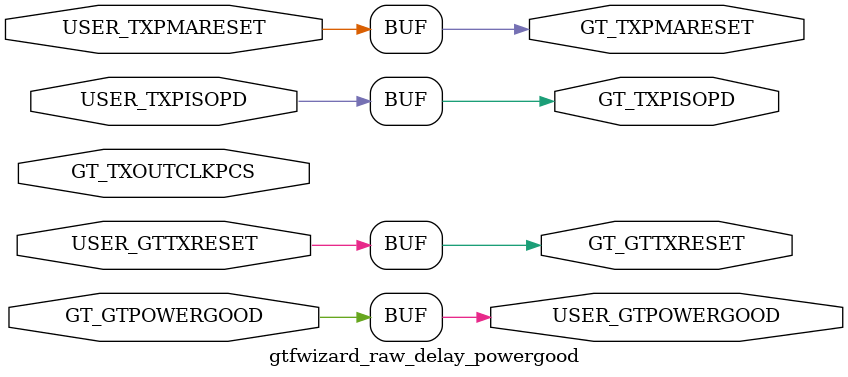
<source format=v>
/*
Copyright (c) 2023, Advanced Micro Devices, Inc. All rights reserved.
SPDX-License-Identifier: MIT
*/

//------------------------------------------------------------------------------


//------{
`timescale 1ps/1ps

`default_nettype none
(* DowngradeIPIdentifiedWarnings="yes" *)
module gtfwizard_raw_delay_powergood # (
  parameter C_USER_GTPOWERGOOD_DELAY_EN = 0
)(
  input wire GT_TXOUTCLKPCS,

  input wire GT_GTPOWERGOOD,
  input wire USER_GTTXRESET,
  input wire USER_TXPMARESET,
  input wire USER_TXPISOPD,

  output wire USER_GTPOWERGOOD,
  output wire GT_GTTXRESET,
  output wire GT_TXPMARESET,
  output wire GT_TXPISOPD
);

generate if (C_USER_GTPOWERGOOD_DELAY_EN == 0)
begin : gen_powergood_nodelay
  assign GT_TXPISOPD      = USER_TXPISOPD;
  assign GT_GTTXRESET     = USER_GTTXRESET;
  assign GT_TXPMARESET    = USER_TXPMARESET;
  assign USER_GTPOWERGOOD = GT_GTPOWERGOOD;
end
else
begin: gen_powergood_delay
  reg [15:0] counter;
  always @ (posedge GT_TXOUTCLKPCS or negedge GT_GTPOWERGOOD)
  begin
      if (!GT_GTPOWERGOOD)
          counter <= 5'd0;
      else
          counter <= {counter[14:0], 1'd1}; 
  end

  reg pwr_on_fsm;
  always @(posedge GT_TXOUTCLKPCS)
    pwr_on_fsm <= counter[13];

  assign GT_TXPISOPD      = pwr_on_fsm ? USER_TXPISOPD : 1'b1;
  assign GT_GTTXRESET     = pwr_on_fsm ? USER_GTTXRESET : !GT_GTPOWERGOOD;
  assign GT_TXPMARESET    = pwr_on_fsm ? USER_TXPMARESET : 1'b0;
  assign USER_GTPOWERGOOD = pwr_on_fsm; 

end
endgenerate

endmodule
`default_nettype wire
//------}


//OVERKILL  (*  ASYNC_REG = "TRUE", SHREG_EXTRACT = "NO" *) reg [4:0] intclk_rrst_n_r = 5'd0;
//OVERKILL  (*  ASYNC_REG = "TRUE", SHREG_EXTRACT = "NO" *) reg [8:0] wait_cnt;
//OVERKILL  (*  ASYNC_REG = "TRUE", SHREG_EXTRACT = "NO" *) (* KEEP = "TRUE" *) reg int_pwr_on_fsm = 1'b0;
//OVERKILL  (*  ASYNC_REG = "TRUE", SHREG_EXTRACT = "NO" *) (* KEEP = "TRUE" *) reg pwr_on_fsm = 1'b0;
//OVERKILL  wire intclk_rrst_n;
//OVERKILL  
//OVERKILL  //--------------------------------------------------------------------------
//OVERKILL  //  POWER ON FSM Encoding
//OVERKILL  //-------------------------------------------------------------------------- 
//OVERKILL  localparam PWR_ON_WAIT_CNT           = 1'b0;
//OVERKILL  localparam PWR_ON_DONE               = 1'b1; 
//OVERKILL  
//OVERKILL  //--------------------------------------------------------------------------------------------------
//OVERKILL  //  Reset Synchronizer
//OVERKILL  //--------------------------------------------------------------------------------------------------
//OVERKILL  always @ (posedge GT_TXOUTCLKPCS or negedge GT_GTPOWERGOOD)
//OVERKILL  begin
//OVERKILL      if (!GT_GTPOWERGOOD)
//OVERKILL          intclk_rrst_n_r <= 5'd0;
//OVERKILL      else if(!int_pwr_on_fsm)
//OVERKILL          intclk_rrst_n_r <= {intclk_rrst_n_r[3:0], 1'd1}; 
//OVERKILL  end
//OVERKILL
//OVERKILL  assign intclk_rrst_n = intclk_rrst_n_r[4];
//OVERKILL
//OVERKILL  //--------------------------------------------------------------------------------------------------
//OVERKILL  //  Wait counter 
//OVERKILL  //--------------------------------------------------------------------------------------------------
//OVERKILL  always @ (posedge GT_TXOUTCLKPCS)
//OVERKILL  begin
//OVERKILL    if (!intclk_rrst_n)
//OVERKILL    	wait_cnt <= 9'd0;
//OVERKILL    else begin
//OVERKILL    	if (int_pwr_on_fsm == PWR_ON_WAIT_CNT)
//OVERKILL    		wait_cnt <= {wait_cnt[7:0],1'b1};
//OVERKILL    	else
//OVERKILL    		wait_cnt <= wait_cnt;
//OVERKILL    end
//OVERKILL  end
//OVERKILL
//OVERKILL  //--------------------------------------------------------------------------------------------------
//OVERKILL  // Power On FSM
//OVERKILL  //--------------------------------------------------------------------------------------------------
//OVERKILL
//OVERKILL  always @ (posedge GT_TXOUTCLKPCS or negedge GT_GTPOWERGOOD)
//OVERKILL  begin
//OVERKILL    if (!GT_GTPOWERGOOD)
//OVERKILL    begin
//OVERKILL      int_pwr_on_fsm <= PWR_ON_WAIT_CNT;
//OVERKILL    end
//OVERKILL    else begin
//OVERKILL      case (int_pwr_on_fsm)
//OVERKILL        PWR_ON_WAIT_CNT :
//OVERKILL          begin
//OVERKILL            int_pwr_on_fsm <= (wait_cnt[7] == 1'b1) ? PWR_ON_DONE : PWR_ON_WAIT_CNT;
//OVERKILL          end 
//OVERKILL
//OVERKILL        PWR_ON_DONE :
//OVERKILL          begin
//OVERKILL            int_pwr_on_fsm <= PWR_ON_DONE;
//OVERKILL          end
//OVERKILL
//OVERKILL        default :
//OVERKILL        begin
//OVERKILL          int_pwr_on_fsm <= PWR_ON_WAIT_CNT;
//OVERKILL        end
//OVERKILL      endcase
//OVERKILL    end
//OVERKILL  end
//OVERKILL
//OVERKILL  always @(posedge GT_TXOUTCLKPCS)
//OVERKILL    pwr_on_fsm <= int_pwr_on_fsm;
//OVERKILL
//OVERKILL  assign GT_TXPISOPD      = pwr_on_fsm ? USER_TXPISOPD : 1'b1;
//OVERKILL  assign GT_GTTXRESET     = pwr_on_fsm ? USER_GTTXRESET : !GT_GTPOWERGOOD;
//OVERKILL  assign GT_TXPMARESET    = pwr_on_fsm ? USER_TXPMARESET : 1'b0;
//OVERKILL  assign USER_GTPOWERGOOD = pwr_on_fsm; 


</source>
